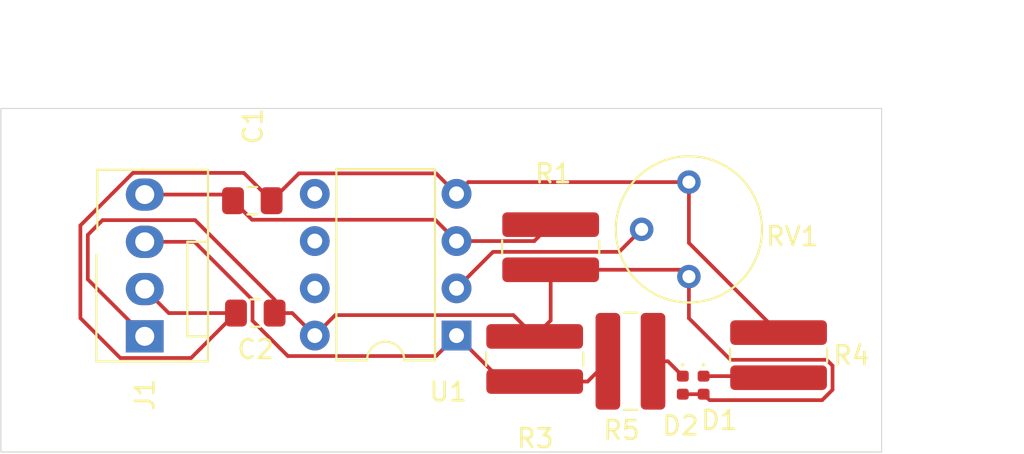
<source format=kicad_pcb>
(kicad_pcb (version 20240108) (generator "pcbnew") (generator_version "8.0")
  (title_block (title "PrimerProyecto"))
  (layers (0 "F.Cu" signal) (31 "B.Cu" signal) (34 "B.Paste" user) (35 "F.Paste" user) (36 "B.SilkS" user "B.Silkscreen") (37 "F.SilkS" user "F.Silkscreen") (38 "B.Mask" user) (39 "F.Mask" user) (44 "Edge.Cuts" user))
  (net 0 "")
  (net 1 "GND")
  (net 2 "/AC")
  (net 3 "VCC")
  (net 4 "Net-(D1-K)")
  (net 5 "Net-(D2-K)")
  (net 6 "/OUT")
  (net 7 "Net-(U1A--)")
  (footprint "Capacitor_SMD:C_0805_2012Metric_Pad1.18x1.45mm_HandSolder" (layer "F.Cu") (at 60.4625 50.5)
    (property "Reference" "C1" (at 0.0375 -4.01 90) (layer "F.SilkS"))
    (property "Value" "1uF")
    (fp_line (start -0.261252 -0.735) (end 0.261252 -0.735) (stroke (width 0.12)) (layer "F.SilkS"))
    (fp_line (start -0.261252 0.735) (end 0.261252 0.735) (stroke (width 0.12)) (layer "F.SilkS"))
    (pad "1" smd roundrect (at -1.0375 0) (size 1.175 1.45) (layers "F.Cu" "F.Paste" "F.Mask") (roundrect_rratio 0.212766) (net 2 "/AC"))
    (pad "2" smd roundrect (at 1.0375 0) (size 1.175 1.45) (layers "F.Cu" "F.Paste" "F.Mask") (roundrect_rratio 0.212766) (net 1 "GND"))
  )
  (footprint "LED_SMD:LED_0402_1005Metric" (layer "F.Cu") (at 83.6 60.415 -90)
    (property "Reference" "D2" (at 2.185 0.12 180) (layer "F.SilkS"))
    (property "Value" "LED")
    (fp_circle (center -1.09 0) (end -1.04 0) (stroke (width 0.1)) (fill none) (layer "F.SilkS"))
    (pad "1" smd roundrect (at -0.485 0 270) (size 0.59 0.64) (layers "F.Cu" "F.Paste" "F.Mask") (net 5 "Net-(D2-K)"))
    (pad "2" smd roundrect (at 0.485 0 270) (size 0.59 0.64) (layers "F.Cu" "F.Paste" "F.Mask") (net 3 "VCC"))
  )
  (footprint "Connector:FanPinHeader_1x04_P2.54mm_Vertical" (layer "F.Cu") (at 54.68 57.79 90)
    (property "Reference" "J1" (at -3.14 0.01 270) (layer "F.SilkS"))
    (property "Value" "Conn_01x04")
    (fp_line (start -1.35 -2.6) (end 4.4 -2.6) (stroke (width 0.12)) (layer "F.SilkS"))
    (fp_line (start 8.95 -2.55) (end 8.95 3.4) (stroke (width 0.12)) (layer "F.SilkS"))
    (fp_line (start 5.75 -2.55) (end 8.95 -2.55) (stroke (width 0.12)) (layer "F.SilkS"))
    (fp_line (start 5.08 2.29) (end 5.08 3.3) (stroke (width 0.12)) (layer "F.SilkS"))
    (fp_line (start 0 2.29) (end 5.08 2.29) (stroke (width 0.12)) (layer "F.SilkS"))
    (fp_line (start 0 3.3) (end 0 2.29) (stroke (width 0.12)) (layer "F.SilkS"))
    (fp_line (start 8.95 3.4) (end -1.35 3.4) (stroke (width 0.12)) (layer "F.SilkS"))
    (fp_line (start -1.35 3.4) (end -1.35 -2.6) (stroke (width 0.12)) (layer "F.SilkS"))
    (pad "" np_thru_hole circle (at 5.08 -2.16 180) (size 1.1 1.1) (drill 1.1) (layers "*.Cu" "*.Mask"))
    (pad "1" thru_hole rect (at 0 0 180) (size 2.03 1.73) (drill 1.02) (layers "*.Cu" "*.Mask") (net 3 "VCC"))
    (pad "2" thru_hole oval (at 2.54 0 180) (size 2.03 1.73) (drill 1.02) (layers "*.Cu" "*.Mask") (net 1 "GND"))
    (pad "3" thru_hole oval (at 5.08 0 180) (size 2.03 1.73) (drill 1.02) (layers "*.Cu" "*.Mask") (net 6 "/OUT"))
    (pad "4" thru_hole oval (at 7.62 0 180) (size 2.03 1.73) (drill 1.02) (layers "*.Cu" "*.Mask") (net 2 "/AC"))
  )
  (footprint "Resistor_SMD:R_1020_2550Metric_Pad1.33x5.20mm_HandSolder" (layer "F.Cu") (at 80.7875 59.13 180)
    (property "Reference" "R5" (at 0.4775 -3.71 180) (layer "F.SilkS"))
    (property "Value" "1K")
    (fp_line (start -0.361252 2.61) (end 0.361252 2.61) (stroke (width 0.12)) (layer "F.SilkS"))
    (fp_line (start -0.361252 -2.61) (end 0.361252 -2.61) (stroke (width 0.12)) (layer "F.SilkS"))
    (pad "1" smd roundrect (at -1.2125 0 180) (size 1.325 5.2) (layers "F.Cu" "F.Paste" "F.Mask") (roundrect_rratio 0.188679) (net 5 "Net-(D2-K)"))
    (pad "2" smd roundrect (at 1.2125 0 180) (size 1.325 5.2) (layers "F.Cu" "F.Paste" "F.Mask") (roundrect_rratio 0.188679) (net 6 "/OUT"))
  )
  (footprint "Resistor_SMD:R_1020_2550Metric_Pad1.33x5.20mm_HandSolder" (layer "F.Cu") (at 75.64 59.0075 -90)
    (property "Reference" "R3" (at 4.2675 -0.03 180) (layer "F.SilkS"))
    (property "Value" "10K")
    (fp_line (start -0.361252 2.61) (end 0.361252 2.61) (stroke (width 0.12)) (layer "F.SilkS"))
    (fp_line (start -0.361252 -2.61) (end 0.361252 -2.61) (stroke (width 0.12)) (layer "F.SilkS"))
    (pad "1" smd roundrect (at -1.2125 0 270) (size 1.325 5.2) (layers "F.Cu" "F.Paste" "F.Mask") (roundrect_rratio 0.188679) (net 3 "VCC"))
    (pad "2" smd roundrect (at 1.2125 0 270) (size 1.325 5.2) (layers "F.Cu" "F.Paste" "F.Mask") (roundrect_rratio 0.188679) (net 6 "/OUT"))
  )
  (footprint "Resistor_SMD:R_1020_2550Metric_Pad1.33x5.20mm_HandSolder" (layer "F.Cu") (at 76.5 53 90)
    (property "Reference" "R1" (at 3.96 0.14 0) (layer "F.SilkS"))
    (property "Value" "10K")
    (fp_line (start -0.361252 -2.61) (end 0.361252 -2.61) (stroke (width 0.12)) (layer "F.SilkS"))
    (fp_line (start -0.361252 2.61) (end 0.361252 2.61) (stroke (width 0.12)) (layer "F.SilkS"))
    (pad "1" smd roundrect (at -1.2125 0 90) (size 1.325 5.2) (layers "F.Cu" "F.Paste" "F.Mask") (roundrect_rratio 0.188679) (net 3 "VCC"))
    (pad "2" smd roundrect (at 1.2125 0 90) (size 1.325 5.2) (layers "F.Cu" "F.Paste" "F.Mask") (roundrect_rratio 0.188679) (net 2 "/AC"))
  )
  (footprint "Resistor_SMD:R_1020_2550Metric_Pad1.33x5.20mm_HandSolder" (layer "F.Cu") (at 88.75 58.8025 90)
    (property "Reference" "R4" (at -0.0175 3.92 360) (layer "F.SilkS"))
    (property "Value" "1K")
    (fp_line (start -0.361252 -2.61) (end 0.361252 -2.61) (stroke (width 0.12)) (layer "F.SilkS"))
    (fp_line (start -0.361252 2.61) (end 0.361252 2.61) (stroke (width 0.12)) (layer "F.SilkS"))
    (pad "1" smd roundrect (at -1.2125 0 90) (size 1.325 5.2) (layers "F.Cu" "F.Paste" "F.Mask") (roundrect_rratio 0.188679) (net 4 "Net-(D1-K)"))
    (pad "2" smd roundrect (at 1.2125 0 90) (size 1.325 5.2) (layers "F.Cu" "F.Paste" "F.Mask") (roundrect_rratio 0.188679) (net 1 "GND"))
  )
  (footprint "LED_SMD:LED_0402_1005Metric" (layer "F.Cu") (at 84.72 60.415 -90)
    (property "Reference" "D1" (at 1.885 -0.85 180) (layer "F.SilkS"))
    (property "Value" "LED")
    (fp_circle (center -1.09 0) (end -1.04 0) (stroke (width 0.1)) (fill none) (layer "F.SilkS"))
    (pad "1" smd roundrect (at -0.485 0 270) (size 0.59 0.64) (layers "F.Cu" "F.Paste" "F.Mask") (net 4 "Net-(D1-K)"))
    (pad "2" smd roundrect (at 0.485 0 270) (size 0.59 0.64) (layers "F.Cu" "F.Paste" "F.Mask") (net 3 "VCC"))
  )
  (footprint "Potentiometer_THT:Potentiometer_Bourns_3339P_Vertical" (layer "F.Cu") (at 83.93 54.58)
    (property "Reference" "RV1" (at 5.56 -2.16 0) (layer "F.SilkS"))
    (property "Value" "Poten 10K")
    (fp_circle (center 0 -2.54) (end 3.93 -2.54) (stroke (width 0.12)) (fill none) (layer "F.SilkS"))
    (pad "1" thru_hole circle (at 0 0) (size 1.26 1.26) (drill 0.7) (layers "*.Cu" "*.Mask") (net 3 "VCC"))
    (pad "2" thru_hole circle (at -2.54 -2.54) (size 1.26 1.26) (drill 0.7) (layers "*.Cu" "*.Mask") (net 7 "Net-(U1A--)"))
    (pad "3" thru_hole circle (at 0 -5.08) (size 1.26 1.26) (drill 0.7) (layers "*.Cu" "*.Mask") (net 1 "GND"))
  )
  (footprint "Capacitor_SMD:C_0805_2012Metric_Pad1.18x1.45mm_HandSolder" (layer "F.Cu") (at 60.6225 56.54 180)
    (property "Reference" "C2" (at -0.0175 -1.95 180) (layer "F.SilkS"))
    (property "Value" "1uF")
    (fp_line (start -0.261252 0.735) (end 0.261252 0.735) (stroke (width 0.12)) (layer "F.SilkS"))
    (fp_line (start -0.261252 -0.735) (end 0.261252 -0.735) (stroke (width 0.12)) (layer "F.SilkS"))
    (pad "1" smd roundrect (at -1.0375 0 180) (size 1.175 1.45) (layers "F.Cu" "F.Paste" "F.Mask") (roundrect_rratio 0.212766) (net 3 "VCC"))
    (pad "2" smd roundrect (at 1.0375 0 180) (size 1.175 1.45) (layers "F.Cu" "F.Paste" "F.Mask") (roundrect_rratio 0.212766) (net 1 "GND"))
  )
  (footprint "Package_DIP:DIP-8_W7.62mm" (layer "F.Cu") (at 71.44 57.75 180)
    (property "Reference" "U1" (at 0.45 -3.02 180) (layer "F.SilkS"))
    (property "Value" "LM393")
    (fp_line (start 6.46 8.95) (end 6.46 -1.33) (stroke (width 0.12)) (layer "F.SilkS"))
    (fp_line (start 6.46 -1.33) (end 4.81 -1.33) (stroke (width 0.12)) (layer "F.SilkS"))
    (fp_line (start 2.81 -1.33) (end 1.16 -1.33) (stroke (width 0.12)) (layer "F.SilkS"))
    (fp_line (start 1.16 8.95) (end 6.46 8.95) (stroke (width 0.12)) (layer "F.SilkS"))
    (fp_line (start 1.16 -1.33) (end 1.16 8.95) (stroke (width 0.12)) (layer "F.SilkS"))
    (fp_arc (start 4.81 -1.33) (mid 3.81 -0.33) (end 2.81 -1.33) (stroke (width 0.12)) (layer "F.SilkS"))
    (pad "1" thru_hole rect (at 0 0 180) (size 1.6 1.6) (drill 0.8) (layers "*.Cu" "*.Mask") (net 6 "/OUT"))
    (pad "2" thru_hole oval (at 0 2.54 180) (size 1.6 1.6) (drill 0.8) (layers "*.Cu" "*.Mask") (net 7 "Net-(U1A--)"))
    (pad "3" thru_hole oval (at 0 5.08 180) (size 1.6 1.6) (drill 0.8) (layers "*.Cu" "*.Mask") (net 2 "/AC"))
    (pad "4" thru_hole oval (at 0 7.62 180) (size 1.6 1.6) (drill 0.8) (layers "*.Cu" "*.Mask") (net 1 "GND"))
    (pad "5" thru_hole oval (at 7.62 7.62 180) (size 1.6 1.6) (drill 0.8) (layers "*.Cu" "*.Mask"))
    (pad "6" thru_hole oval (at 7.62 5.08 180) (size 1.6 1.6) (drill 0.8) (layers "*.Cu" "*.Mask"))
    (pad "7" thru_hole oval (at 7.62 2.54 180) (size 1.6 1.6) (drill 0.8) (layers "*.Cu" "*.Mask"))
    (pad "8" thru_hole oval (at 7.62 0 180) (size 1.6 1.6) (drill 0.8) (layers "*.Cu" "*.Mask") (net 3 "VCC"))
  )
  (gr_rect (start 46.95 45.54) (end 94.29 64.01) (stroke (width 0.05)) (fill none) (layer "Edge.Cuts"))
  (segment (start 51.22 56.81) (end 53.365 58.955) (width 0.2) (layer "F.Cu") (net 1))
  (segment (start 88.75 57.59) (end 83.93 52.77) (width 0.2) (layer "F.Cu") (net 1))
  (segment (start 71.44 50.13) (end 70.34 49.03) (width 0.2) (layer "F.Cu") (net 1))
  (segment (start 83.93 49.5) (end 72.07 49.5) (width 0.2) (layer "F.Cu") (net 1))
  (segment (start 55.97 56.54) (end 54.68 55.25) (width 0.2) (layer "F.Cu") (net 1))
  (segment (start 61.5 50.5) (end 60.005 49.005) (width 0.2) (layer "F.Cu") (net 1))
  (segment (start 72.07 49.5) (end 71.44 50.13) (width 0.2) (layer "F.Cu") (net 1))
  (segment (start 53.365 58.955) (end 57.17 58.955) (width 0.2) (layer "F.Cu") (net 1))
  (segment (start 59.585 56.54) (end 55.97 56.54) (width 0.2) (layer "F.Cu") (net 1))
  (segment (start 60.005 49.005) (end 54.047441 49.005) (width 0.2) (layer "F.Cu") (net 1))
  (segment (start 57.17 58.955) (end 59.585 56.54) (width 0.2) (layer "F.Cu") (net 1))
  (segment (start 83.93 52.77) (end 83.93 49.5) (width 0.2) (layer "F.Cu") (net 1))
  (segment (start 54.047441 49.005) (end 51.22 51.832441) (width 0.2) (layer "F.Cu") (net 1))
  (segment (start 62.97 49.03) (end 61.5 50.5) (width 0.2) (layer "F.Cu") (net 1))
  (segment (start 70.34 49.03) (end 62.97 49.03) (width 0.2) (layer "F.Cu") (net 1))
  (segment (start 51.22 51.832441) (end 51.22 56.81) (width 0.2) (layer "F.Cu") (net 1))
  (segment (start 75.6175 52.67) (end 76.5 51.7875) (width 0.2) (layer "F.Cu") (net 2))
  (segment (start 54.68 50.17) (end 59.095 50.17) (width 0.2) (layer "F.Cu") (net 2))
  (segment (start 70.295 51.525) (end 71.44 52.67) (width 0.2) (layer "F.Cu") (net 2))
  (segment (start 59.425 50.5) (end 60.45 51.525) (width 0.2) (layer "F.Cu") (net 2))
  (segment (start 60.45 51.525) (end 70.295 51.525) (width 0.2) (layer "F.Cu") (net 2))
  (segment (start 71.44 52.67) (end 75.6175 52.67) (width 0.2) (layer "F.Cu") (net 2))
  (segment (start 59.095 50.17) (end 59.425 50.5) (width 0.2) (layer "F.Cu") (net 2))
  (segment (start 85.04 61.22) (end 84.72 60.9) (width 0.2) (layer "F.Cu") (net 3))
  (segment (start 61.66 55.815) (end 61.66 56.54) (width 0.2) (layer "F.Cu") (net 3))
  (segment (start 74.495 56.65) (end 75.64 57.795) (width 0.2) (layer "F.Cu") (net 3))
  (segment (start 51.62 52.337208) (end 52.412208 51.545) (width 0.2) (layer "F.Cu") (net 3))
  (segment (start 83.93 56.817244) (end 86.165256 59.0525) (width 0.2) (layer "F.Cu") (net 3))
  (segment (start 63.82 57.75) (end 64.92 56.65) (width 0.2) (layer "F.Cu") (net 3))
  (segment (start 76.5 56.935) (end 75.64 57.795) (width 0.2) (layer "F.Cu") (net 3))
  (segment (start 91.65 59.367756) (end 91.65 60.662244) (width 0.2) (layer "F.Cu") (net 3))
  (segment (start 57.39 51.545) (end 61.66 55.815) (width 0.2) (layer "F.Cu") (net 3))
  (segment (start 91.334744 59.0525) (end 91.65 59.367756) (width 0.2) (layer "F.Cu") (net 3))
  (segment (start 86.165256 59.0525) (end 91.334744 59.0525) (width 0.2) (layer "F.Cu") (net 3))
  (segment (start 83.93 54.58) (end 83.93 56.817244) (width 0.2) (layer "F.Cu") (net 3))
  (segment (start 62.61 56.54) (end 63.82 57.75) (width 0.2) (layer "F.Cu") (net 3))
  (segment (start 52.412208 51.545) (end 57.39 51.545) (width 0.2) (layer "F.Cu") (net 3))
  (segment (start 76.5 54.2125) (end 76.5 56.935) (width 0.2) (layer "F.Cu") (net 3))
  (segment (start 61.66 56.54) (end 62.61 56.54) (width 0.2) (layer "F.Cu") (net 3))
  (segment (start 91.092244 61.22) (end 85.04 61.22) (width 0.2) (layer "F.Cu") (net 3))
  (segment (start 51.62 54.73) (end 51.62 52.337208) (width 0.2) (layer "F.Cu") (net 3))
  (segment (start 64.92 56.65) (end 74.495 56.65) (width 0.2) (layer "F.Cu") (net 3))
  (segment (start 54.68 57.79) (end 51.62 54.73) (width 0.2) (layer "F.Cu") (net 3))
  (segment (start 83.5625 54.2125) (end 83.93 54.58) (width 0.2) (layer "F.Cu") (net 3))
  (segment (start 76.5 54.2125) (end 83.5625 54.2125) (width 0.2) (layer "F.Cu") (net 3))
  (segment (start 84.72 60.9) (end 83.6 60.9) (width 0.2) (layer "F.Cu") (net 3))
  (segment (start 91.65 60.662244) (end 91.092244 61.22) (width 0.2) (layer "F.Cu") (net 3))
  (segment (start 88.665 59.93) (end 88.75 60.015) (width 0.2) (layer "F.Cu") (net 4))
  (segment (start 84.72 59.93) (end 88.665 59.93) (width 0.2) (layer "F.Cu") (net 4))
  (segment (start 82.8 59.13) (end 83.6 59.93) (width 0.2) (layer "F.Cu") (net 5))
  (segment (start 82 59.13) (end 82.8 59.13) (width 0.2) (layer "F.Cu") (net 5))
  (segment (start 62.372756 58.85) (end 60.4725 56.949744) (width 0.2) (layer "F.Cu") (net 6))
  (segment (start 57.352244 52.71) (end 54.68 52.71) (width 0.2) (layer "F.Cu") (net 6))
  (segment (start 78.485 60.22) (end 79.575 59.13) (width 0.2) (layer "F.Cu") (net 6))
  (segment (start 75.64 60.22) (end 78.485 60.22) (width 0.2) (layer "F.Cu") (net 6))
  (segment (start 73.91 60.22) (end 71.44 57.75) (width 0.2) (layer "F.Cu") (net 6))
  (segment (start 71.44 57.75) (end 70.34 58.85) (width 0.2) (layer "F.Cu") (net 6))
  (segment (start 60.4725 55.830256) (end 57.352244 52.71) (width 0.2) (layer "F.Cu") (net 6))
  (segment (start 70.34 58.85) (end 62.372756 58.85) (width 0.2) (layer "F.Cu") (net 6))
  (segment (start 60.4725 56.949744) (end 60.4725 55.830256) (width 0.2) (layer "F.Cu") (net 6))
  (segment (start 75.64 60.22) (end 73.91 60.22) (width 0.2) (layer "F.Cu") (net 6))
  (segment (start 80.18 53.25) (end 81.39 52.04) (width 0.2) (layer "F.Cu") (net 7))
  (segment (start 73.4 53.25) (end 80.18 53.25) (width 0.2) (layer "F.Cu") (net 7))
  (segment (start 71.44 55.21) (end 73.4 53.25) (width 0.2) (layer "F.Cu") (net 7))
)
</source>
